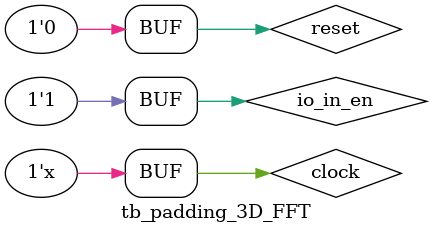
<source format=v>
module tb_padding_3D_FFT();
reg clock, reset, io_in_en;
wire io_out_valid;
wire [31:0] io_out_data_0_Re;
wire [31:0] io_out_data_0_Im;
wire [31:0] io_out_data_1_Re;
wire [31:0] io_out_data_1_Im;

always #10 clock = ~clock;

initial begin
	clock = 1'b0;
	reset = 1'b1;
	io_in_en = 1'b1;
	#100;
	reset = 1'b0;
	#5000;
	io_in_en = 1'b0;
	#2000;
	io_in_en = 1'b1;
end

padding_3D_FFT u_padding_3D_FFT(	.clock(clock),
							.reset(reset),
							.io_in_en(io_in_en),
							.io_out_valid(io_out_valid),
							.io_out_data_0_Re(io_out_data_0_Re),
							.io_out_data_0_Im(io_out_data_0_Im),
							.io_out_data_1_Re(io_out_data_1_Re),
							.io_out_data_1_Im(io_out_data_1_Im));


endmodule



</source>
